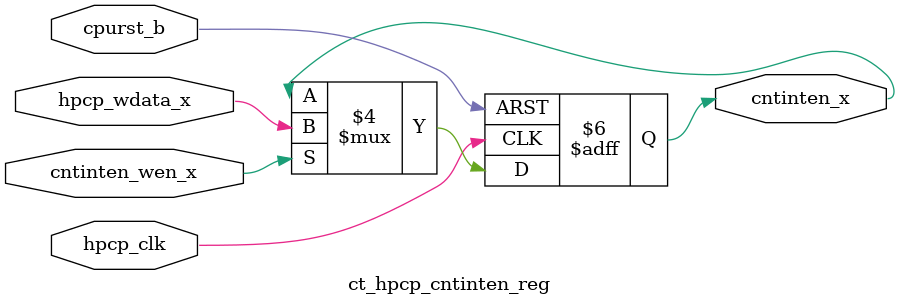
<source format=v>

/*Copyright 2019-2021 T-Head Semiconductor Co., Ltd.

Licensed under the Apache License, Version 2.0 (the "License");
you may not use this file except in compliance with the License.
You may obtain a copy of the License at

    http://www.apache.org/licenses/LICENSE-2.0

Unless required by applicable law or agreed to in writing, software
distributed under the License is distributed on an "AS IS" BASIS,
WITHOUT WARRANTIES OR CONDITIONS OF ANY KIND, either express or implied.
See the License for the specific language governing permissions and
limitations under the License.
*/

// &ModuleBeg; @22
module ct_hpcp_cntinten_reg(
  cntinten_wen_x,
  cntinten_x,
  cpurst_b,
  hpcp_clk,
  hpcp_wdata_x
);

// &Ports; @23
input        cntinten_wen_x; 
input        cpurst_b;      
input        hpcp_clk;      
input        hpcp_wdata_x;  
output       cntinten_x;    

// &Regs; @24
reg          cntinten_x;    

// &Wires @25
wire         cntinten_wen_x; 
wire         cpurst_b;      
wire         hpcp_clk;      
wire         hpcp_wdata_x;  


always @(posedge hpcp_clk or negedge cpurst_b)
begin
  if(!cpurst_b)
      cntinten_x <= 1'b0;
  else if(cntinten_wen_x) 
      cntinten_x <= hpcp_wdata_x;
  else
      cntinten_x <= cntinten_x;
end

// &Force("output","cntinten_x"); @37
// &ModuleEnd; @38
endmodule



</source>
